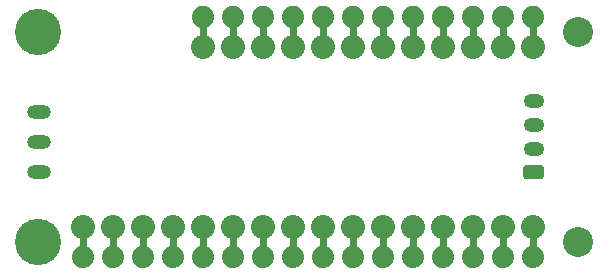
<source format=gbr>
%TF.GenerationSoftware,KiCad,Pcbnew,(5.1.7)-1*%
%TF.CreationDate,2020-11-04T10:18:24+11:00*%
%TF.ProjectId,physbryk_feather,70687973-6272-4796-9b5f-666561746865,rev?*%
%TF.SameCoordinates,Original*%
%TF.FileFunction,Soldermask,Bot*%
%TF.FilePolarity,Negative*%
%FSLAX46Y46*%
G04 Gerber Fmt 4.6, Leading zero omitted, Abs format (unit mm)*
G04 Created by KiCad (PCBNEW (5.1.7)-1) date 2020-11-04 10:18:24*
%MOMM*%
%LPD*%
G01*
G04 APERTURE LIST*
%ADD10C,0.609600*%
%ADD11O,1.750000X1.200000*%
%ADD12C,1.879600*%
%ADD13C,3.911600*%
%ADD14C,2.540000*%
%ADD15C,2.032000*%
%ADD16O,2.000000X1.200000*%
G04 APERTURE END LIST*
D10*
X129451100Y-115163600D02*
X129451100Y-112623600D01*
X131991100Y-115163600D02*
X131991100Y-112623600D01*
X134531100Y-112623600D02*
X134531100Y-115163600D01*
X137071100Y-115417600D02*
X137071100Y-112623600D01*
X139611100Y-112623600D02*
X139611100Y-115163600D01*
X142151100Y-112623600D02*
X142151100Y-115163600D01*
X144691100Y-115163600D02*
X144691100Y-112623600D01*
X147231100Y-112623600D02*
X147231100Y-115163600D01*
X149771100Y-112623600D02*
X149771100Y-115163600D01*
X152311100Y-112369600D02*
X152311100Y-115163600D01*
X154851100Y-112623600D02*
X154851100Y-115163600D01*
X162471100Y-112623600D02*
X162471100Y-115163600D01*
X165011100Y-115163600D02*
X165011100Y-112623600D01*
X167551100Y-112623600D02*
X167551100Y-115163600D01*
X159931100Y-115163600D02*
X159931100Y-112623600D01*
X157391100Y-112623600D02*
X157391100Y-115163600D01*
X167551100Y-97383600D02*
X167551100Y-94843600D01*
X165011100Y-94843600D02*
X165011100Y-97129600D01*
X162471100Y-97383600D02*
X162471100Y-94589600D01*
X159931100Y-94843600D02*
X159931100Y-97383600D01*
X157391100Y-97637600D02*
X157391100Y-94589600D01*
X154851100Y-97383600D02*
X154851100Y-94843600D01*
X152311100Y-94589600D02*
X152311100Y-97383600D01*
X149771100Y-94589600D02*
X149771100Y-97383600D01*
X147231100Y-97383600D02*
X147231100Y-94589600D01*
X144691100Y-94589600D02*
X144691100Y-97383600D01*
X142151100Y-97637600D02*
X142151100Y-94589600D01*
X139611100Y-94589600D02*
X139611100Y-97383600D01*
D11*
%TO.C,J1*%
X167640000Y-101950000D03*
X167640000Y-103950000D03*
X167640000Y-105950000D03*
G36*
G01*
X168265001Y-108550000D02*
X167014999Y-108550000D01*
G75*
G02*
X166765000Y-108300001I0J249999D01*
G01*
X166765000Y-107599999D01*
G75*
G02*
X167014999Y-107350000I249999J0D01*
G01*
X168265001Y-107350000D01*
G75*
G02*
X168515000Y-107599999I0J-249999D01*
G01*
X168515000Y-108300001D01*
G75*
G02*
X168265001Y-108550000I-249999J0D01*
G01*
G37*
%TD*%
D12*
%TO.C,MS1*%
X129451100Y-115163600D03*
X131991100Y-115163600D03*
X134531100Y-115163600D03*
X137071100Y-115163600D03*
X167551100Y-115163600D03*
X165011100Y-115163600D03*
X162471100Y-115163600D03*
X159931100Y-115163600D03*
X157391100Y-115163600D03*
X154851100Y-115163600D03*
X152311100Y-115163600D03*
X149771100Y-115163600D03*
X147231100Y-115163600D03*
X144691100Y-115163600D03*
X142151100Y-115163600D03*
X139611100Y-115163600D03*
X167551100Y-94843600D03*
X165011100Y-94843600D03*
X162471100Y-94843600D03*
X159931100Y-94843600D03*
X157391100Y-94843600D03*
X154851100Y-94843600D03*
X152311100Y-94843600D03*
X149771100Y-94843600D03*
X147231100Y-94843600D03*
X144691100Y-94843600D03*
X142151100Y-94843600D03*
X139611100Y-94843600D03*
D13*
X125641100Y-113893600D03*
X125641100Y-96113600D03*
D14*
X171361100Y-113893600D03*
X171361100Y-96113600D03*
%TD*%
D15*
%TO.C,JP3*%
X129451100Y-112623600D03*
X131991100Y-112623600D03*
X134531100Y-112623600D03*
X137071100Y-112623600D03*
X139611100Y-112623600D03*
X142151100Y-112623600D03*
X144691100Y-112623600D03*
X147231100Y-112623600D03*
X149771100Y-112623600D03*
X152311100Y-112623600D03*
X154851100Y-112623600D03*
X157391100Y-112623600D03*
X159931100Y-112623600D03*
X162471100Y-112623600D03*
X165011100Y-112623600D03*
X167551100Y-112623600D03*
%TD*%
%TO.C,JP1*%
X167551100Y-97383600D03*
X165011100Y-97383600D03*
X162471100Y-97383600D03*
X159931100Y-97383600D03*
X157391100Y-97383600D03*
X154851100Y-97383600D03*
X152311100Y-97383600D03*
X149771100Y-97383600D03*
X147231100Y-97383600D03*
X144691100Y-97383600D03*
X142151100Y-97383600D03*
X139611100Y-97383600D03*
%TD*%
D16*
%TO.C,SW1*%
X125730000Y-102870000D03*
X125730000Y-105410000D03*
X125730000Y-107950000D03*
%TD*%
M02*

</source>
